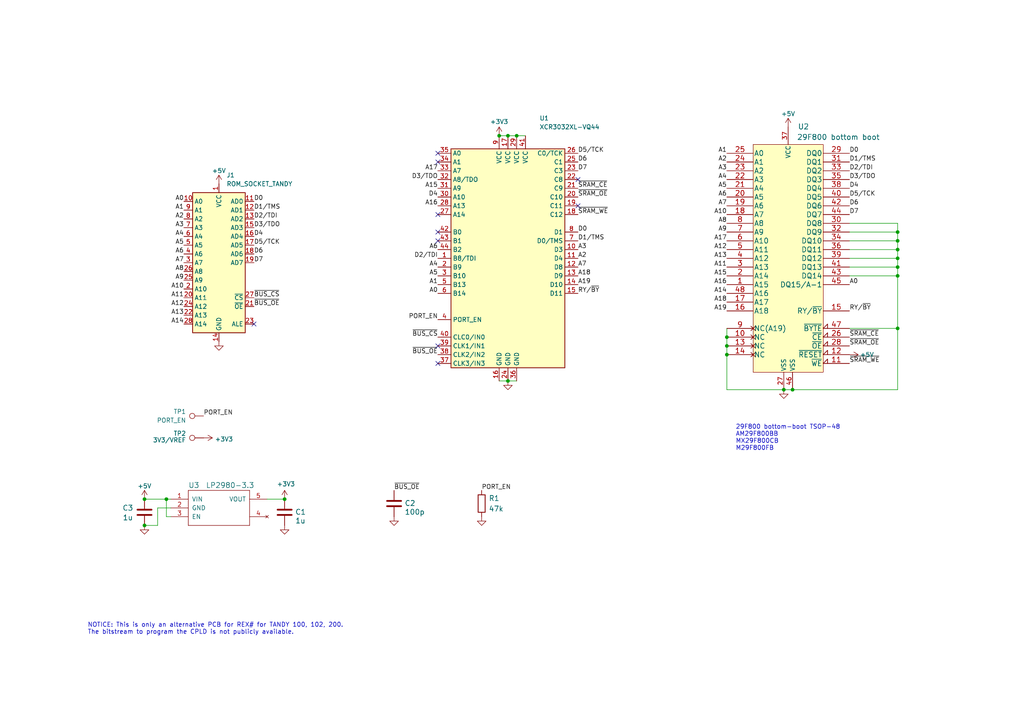
<source format=kicad_sch>
(kicad_sch (version 20231120) (generator "eeschema") (generator_version "8.0")
  (paper "A4")
  (title_block (title "REX Sharp TANDY bkw") (date "2025-01-01") (rev "001") (company "Brian K. White - b.kenyon.w@gmail.com") (comment 1 "Original Design: Steven Adolph") (comment 2 "REX# for TANDY 100, 102, 200"))
  (lib_symbols
    (symbol "000_LOCAL:29F800" (pin_names (offset 0.254))
      (property "Reference" "U" (at -10.16 3.81 0))
      (property "Value" "29F800" (at 2.54 3.81 0))
      (symbol "29F800_1_0"
        (pin power_in line (at -1.27 -68.58 90) (length 5.08) (name "VSS") (number "27"))
        (pin power_in line (at 0 7.62 270) (length 5.08) (name "VCC") (number "37"))
        (pin power_in line (at 1.27 -68.58 90) (length 5.08) (name "VSS") (number "46"))
      )
      (symbol "29F800_1_1"
        (rectangle (start -10.16 2.54) (end 10.16 -63.5) (fill (type background)))
        (pin input line (at -17.78 -38.1 0) (length 7.62) (name "A15") (number "1"))
        (pin passive non_logic (at -17.78 -53.34 0) (length 7.62) (name "NC") (number "10"))
        (pin input input_low (at 17.78 -60.96 180) (length 7.62) (name "~{WE}") (number "11"))
        (pin input input_low (at 17.78 -58.42 180) (length 7.62) (name "~{RESET}") (number "12"))
        (pin passive non_logic (at -17.78 -55.88 0) (length 7.62) (name "NC") (number "13"))
        (pin passive non_logic (at -17.78 -58.42 0) (length 7.62) (name "NC") (number "14"))
        (pin output line (at 17.78 -45.72 180) (length 7.62) (name "RY/~{BY}") (number "15"))
        (pin input line (at -17.78 -45.72 0) (length 7.62) (name "A18") (number "16"))
        (pin input line (at -17.78 -43.18 0) (length 7.62) (name "A17") (number "17"))
        (pin input line (at -17.78 -17.78 0) (length 7.62) (name "A7") (number "18"))
        (pin input line (at -17.78 -15.24 0) (length 7.62) (name "A6") (number "19"))
        (pin input line (at -17.78 -35.56 0) (length 7.62) (name "A14") (number "2"))
        (pin input line (at -17.78 -12.7 0) (length 7.62) (name "A5") (number "20"))
        (pin input line (at -17.78 -10.16 0) (length 7.62) (name "A4") (number "21"))
        (pin input line (at -17.78 -7.62 0) (length 7.62) (name "A3") (number "22"))
        (pin input line (at -17.78 -5.08 0) (length 7.62) (name "A2") (number "23"))
        (pin input line (at -17.78 -2.54 0) (length 7.62) (name "A1") (number "24"))
        (pin input line (at -17.78 0 0) (length 7.62) (name "A0") (number "25"))
        (pin input input_low (at 17.78 -53.34 180) (length 7.62) (name "~{CE}") (number "26"))
        (pin input input_low (at 17.78 -55.88 180) (length 7.62) (name "~{OE}") (number "28"))
        (pin bidirectional line (at 17.78 0 180) (length 7.62) (name "DQ0") (number "29"))
        (pin input line (at -17.78 -33.02 0) (length 7.62) (name "A13") (number "3"))
        (pin bidirectional line (at 17.78 -20.32 180) (length 7.62) (name "DQ8") (number "30"))
        (pin bidirectional line (at 17.78 -2.54 180) (length 7.62) (name "DQ1") (number "31"))
        (pin bidirectional line (at 17.78 -22.86 180) (length 7.62) (name "DQ9") (number "32"))
        (pin bidirectional line (at 17.78 -5.08 180) (length 7.62) (name "DQ2") (number "33"))
        (pin bidirectional line (at 17.78 -25.4 180) (length 7.62) (name "DQ10") (number "34"))
        (pin bidirectional line (at 17.78 -7.62 180) (length 7.62) (name "DQ3") (number "35"))
        (pin bidirectional line (at 17.78 -27.94 180) (length 7.62) (name "DQ11") (number "36"))
        (pin bidirectional line (at 17.78 -10.16 180) (length 7.62) (name "DQ4") (number "38"))
        (pin bidirectional line (at 17.78 -30.48 180) (length 7.62) (name "DQ12") (number "39"))
        (pin input line (at -17.78 -30.48 0) (length 7.62) (name "A12") (number "4"))
        (pin bidirectional line (at 17.78 -12.7 180) (length 7.62) (name "DQ5") (number "40"))
        (pin bidirectional line (at 17.78 -33.02 180) (length 7.62) (name "DQ13") (number "41"))
        (pin bidirectional line (at 17.78 -15.24 180) (length 7.62) (name "DQ6") (number "42"))
        (pin bidirectional line (at 17.78 -35.56 180) (length 7.62) (name "DQ14") (number "43"))
        (pin bidirectional line (at 17.78 -17.78 180) (length 7.62) (name "DQ7") (number "44"))
        (pin bidirectional line (at 17.78 -38.1 180) (length 7.62) (name "DQ15/A-1") (number "45"))
        (pin input input_low (at 17.78 -50.8 180) (length 7.62) (name "~{BYTE}") (number "47"))
        (pin input line (at -17.78 -40.64 0) (length 7.62) (name "A16") (number "48"))
        (pin input line (at -17.78 -27.94 0) (length 7.62) (name "A11") (number "5"))
        (pin input line (at -17.78 -25.4 0) (length 7.62) (name "A10") (number "6"))
        (pin input line (at -17.78 -22.86 0) (length 7.62) (name "A9") (number "7"))
        (pin input line (at -17.78 -20.32 0) (length 7.62) (name "A8") (number "8"))
        (pin passive non_logic (at -17.78 -50.8 0) (length 7.62) (name "NC(A19)") (number "9"))
      )
    )
    (symbol "000_LOCAL:C" (pin_numbers hide) (pin_names (offset 0.254))
      (property "Reference" "C" (at 0.635 2.54 0))
      (property "Value" "C" (at 0.635 -2.54 0))
      (symbol "C_0_1"
        (polyline (pts (xy -2.032 -0.762) (xy 2.032 -0.762)) (stroke (width 0.508)))
        (polyline (pts (xy -2.032 0.762) (xy 2.032 0.762)) (stroke (width 0.508)))
      )
      (symbol "C_1_1"
        (pin passive line (at 0 3.81 270) (length 2.794) (name "~") (number "1"))
        (pin passive line (at 0 -3.81 90) (length 2.794) (name "~") (number "2"))
      )
    )
    (symbol "000_LOCAL:LP2980" (pin_names (offset 1.016))
      (property "Value" "LP2980" (at -2.54 -10.16 0))
      (symbol "LP2980_1_0"
        (polyline (pts (xy -7.62 -5.08) (xy 10.16 -5.08)))
        (polyline (pts (xy -7.62 5.08) (xy -7.62 -5.08)))
        (polyline (pts (xy 10.16 -5.08) (xy 10.16 5.08)))
        (polyline (pts (xy 10.16 5.08) (xy -7.62 5.08)))
        (pin power_in line (at -12.7 2.54 0) (length 5.08) (name "VIN") (number "1"))
        (pin power_in line (at -12.7 0 0) (length 5.08) (name "GND") (number "2"))
        (pin input line (at -12.7 -2.54 0) (length 5.08) (name "EN") (number "3"))
        (pin no_connect line (at 15.24 -2.54 180) (length 5.08) (name "~") (number "4"))
        (pin power_out line (at 15.24 2.54 180) (length 5.08) (name "VOUT") (number "5"))
      )
    )
    (symbol "000_LOCAL:R" (pin_numbers hide) (pin_names (offset 0))
      (property "Reference" "R" (at 2.032 0 90))
      (property "Value" "R" (at 0 0 90))
      (symbol "R_0_1"
        (rectangle (start -1.016 -2.54) (end 1.016 2.54) (stroke (width 0.254)))
      )
      (symbol "R_1_1"
        (pin passive line (at 0 3.81 270) (length 1.27) (name "~") (number "1"))
        (pin passive line (at 0 -3.81 90) (length 1.27) (name "~") (number "2"))
      )
    )
    (symbol "000_LOCAL:ROM_SOCKET_TANDY"
      (property "Reference" "J" (at 2.54 25.4 0))
      (property "Value" "ROM_SOCKET_TANDY" (at 2.54 22.606 0))
      (symbol "ROM_SOCKET_TANDY_1_1"
        (rectangle (start -7.62 20.32) (end 7.62 -20.32) (stroke (width 0.254)) (fill (type background)))
        (pin power_out line (at 0 22.86 270) (length 2.54) (name "VCC") (number "1"))
        (pin output line (at -10.16 17.78 0) (length 2.54) (name "A0") (number "10"))
        (pin bidirectional line (at 10.16 17.78 180) (length 2.54) (name "AD0") (number "11"))
        (pin bidirectional line (at 10.16 15.24 180) (length 2.54) (name "AD1") (number "12"))
        (pin bidirectional line (at 10.16 12.7 180) (length 2.54) (name "AD2") (number "13"))
        (pin power_out line (at 0 -22.86 90) (length 2.54) (name "GND") (number "14"))
        (pin bidirectional line (at 10.16 10.16 180) (length 2.54) (name "AD3") (number "15"))
        (pin bidirectional line (at 10.16 7.62 180) (length 2.54) (name "AD4") (number "16"))
        (pin bidirectional line (at 10.16 5.08 180) (length 2.54) (name "AD5") (number "17"))
        (pin bidirectional line (at 10.16 2.54 180) (length 2.54) (name "AD6") (number "18"))
        (pin bidirectional line (at 10.16 0 180) (length 2.54) (name "AD7") (number "19"))
        (pin output line (at -10.16 -7.62 0) (length 2.54) (name "A10") (number "2"))
        (pin output line (at -10.16 -10.16 0) (length 2.54) (name "A11") (number "20"))
        (pin output line (at 10.16 -12.7 180) (length 2.54) (name "~{OE}") (number "21"))
        (pin output line (at -10.16 -15.24 0) (length 2.54) (name "A13") (number "22"))
        (pin output line (at 10.16 -17.78 180) (length 2.54) (name "ALE") (number "23"))
        (pin output line (at -10.16 -12.7 0) (length 2.54) (name "A12") (number "24"))
        (pin output line (at -10.16 -5.08 0) (length 2.54) (name "A9") (number "25"))
        (pin output line (at -10.16 -2.54 0) (length 2.54) (name "A8") (number "26"))
        (pin output line (at 10.16 -10.16 180) (length 2.54) (name "~{CS}") (number "27"))
        (pin output line (at -10.16 -17.78 0) (length 2.54) (name "A14") (number "28"))
        (pin output line (at -10.16 0 0) (length 2.54) (name "A7") (number "3"))
        (pin output line (at -10.16 2.54 0) (length 2.54) (name "A6") (number "4"))
        (pin output line (at -10.16 5.08 0) (length 2.54) (name "A5") (number "5"))
        (pin output line (at -10.16 7.62 0) (length 2.54) (name "A4") (number "6"))
        (pin output line (at -10.16 10.16 0) (length 2.54) (name "A3") (number "7"))
        (pin output line (at -10.16 12.7 0) (length 2.54) (name "A2") (number "8"))
        (pin output line (at -10.16 15.24 0) (length 2.54) (name "A1") (number "9"))
      )
    )
    (symbol "000_LOCAL:TestPoint" (pin_numbers hide) (pin_names (offset 0.762) hide)
      (property "Reference" "TP" (at 0 6.858 0))
      (property "Value" "TestPoint" (at 0 5.08 0))
      (symbol "TestPoint_0_1"
        (circle (center 0 3.302) (radius 0.762))
      )
      (symbol "TestPoint_1_1"
        (pin passive line (at 0 0 90) (length 2.54) (name "1") (number "1"))
      )
    )
    (symbol "000_LOCAL:XCR3064-VQ44"
      (property "Reference" "U" (at 0.254 2.032 0))
      (property "Value" "XCR3064-VQ44" (at 0.127 -2.286 0))
      (symbol "XCR3064-VQ44_1_1"
        (rectangle (start -16.51 31.75) (end 16.51 -31.75) (stroke (width 0.254)) (fill (type background)))
        (pin passive line (at -20.32 0 0) (length 3.81) (name "B8/TDI") (number "1"))
        (pin passive line (at 20.32 2.54 180) (length 3.81) (name "D3") (number "10"))
        (pin passive line (at 20.32 0 180) (length 3.81) (name "D4") (number "11"))
        (pin passive line (at 20.32 -2.54 180) (length 3.81) (name "D8") (number "12"))
        (pin passive line (at 20.32 -5.08 180) (length 3.81) (name "D9") (number "13"))
        (pin passive line (at 20.32 -7.62 180) (length 3.81) (name "D10") (number "14"))
        (pin passive line (at 20.32 -10.16 180) (length 3.81) (name "D11") (number "15"))
        (pin power_in line (at -2.54 -35.56 90) (length 3.81) (name "GND") (number "16"))
        (pin power_in line (at 0 35.56 270) (length 3.81) (name "VCC") (number "17"))
        (pin passive line (at 20.32 12.7 180) (length 3.81) (name "C12") (number "18"))
        (pin passive line (at 20.32 15.24 180) (length 3.81) (name "C11") (number "19"))
        (pin passive line (at -20.32 -2.54 0) (length 3.81) (name "B9") (number "2"))
        (pin passive line (at 20.32 17.78 180) (length 3.81) (name "C10") (number "20"))
        (pin passive line (at 20.32 20.32 180) (length 3.81) (name "C9") (number "21"))
        (pin passive line (at 20.32 22.86 180) (length 3.81) (name "C8") (number "22"))
        (pin passive line (at 20.32 25.4 180) (length 3.81) (name "C3") (number "23"))
        (pin power_in line (at 0 -35.56 90) (length 3.81) (name "GND") (number "24"))
        (pin passive line (at 20.32 27.94 180) (length 3.81) (name "C1") (number "25"))
        (pin passive line (at 20.32 30.48 180) (length 3.81) (name "C0/TCK") (number "26"))
        (pin passive line (at -20.32 12.7 0) (length 3.81) (name "A14") (number "27"))
        (pin passive line (at -20.32 15.24 0) (length 3.81) (name "A13") (number "28"))
        (pin power_in line (at 2.54 35.56 270) (length 3.81) (name "VCC") (number "29"))
        (pin passive line (at -20.32 -5.08 0) (length 3.81) (name "B10") (number "3"))
        (pin passive line (at -20.32 17.78 0) (length 3.81) (name "A10") (number "30"))
        (pin passive line (at -20.32 20.32 0) (length 3.81) (name "A9") (number "31"))
        (pin passive line (at -20.32 22.86 0) (length 3.81) (name "A8/TDO") (number "32"))
        (pin passive line (at -20.32 25.4 0) (length 3.81) (name "A7") (number "33"))
        (pin passive line (at -20.32 27.94 0) (length 3.81) (name "A1") (number "34"))
        (pin passive line (at -20.32 30.48 0) (length 3.81) (name "A0") (number "35"))
        (pin power_in line (at 2.54 -35.56 90) (length 3.81) (name "GND") (number "36"))
        (pin input line (at -20.32 -30.48 0) (length 3.81) (name "CLK3/IN3") (number "37"))
        (pin input line (at -20.32 -27.94 0) (length 3.81) (name "CLK2/IN2") (number "38"))
        (pin input line (at -20.32 -25.4 0) (length 3.81) (name "CLK1/IN1") (number "39"))
        (pin input line (at -20.32 -17.78 0) (length 3.81) (name "PORT_EN") (number "4"))
        (pin input line (at -20.32 -22.86 0) (length 3.81) (name "CLC0/IN0") (number "40"))
        (pin power_in line (at 5.08 35.56 270) (length 3.81) (name "VCC") (number "41"))
        (pin passive line (at -20.32 7.62 0) (length 3.81) (name "B0") (number "42"))
        (pin passive line (at -20.32 5.08 0) (length 3.81) (name "B1") (number "43"))
        (pin passive line (at -20.32 2.54 0) (length 3.81) (name "B2") (number "44"))
        (pin passive line (at -20.32 -7.62 0) (length 3.81) (name "B13") (number "5"))
        (pin passive line (at -20.32 -10.16 0) (length 3.81) (name "B14") (number "6"))
        (pin passive line (at 20.32 5.08 180) (length 3.81) (name "D0/TMS") (number "7"))
        (pin passive line (at 20.32 7.62 180) (length 3.81) (name "D1") (number "8"))
        (pin power_in line (at -2.54 35.56 270) (length 3.81) (name "VCC") (number "9"))
      )
    )
    (symbol "power:+3V3" (power) (pin_names (offset 0))
      (property "Value" "+3V3" (at 0 3.556 0))
      (symbol "+3V3_0_1"
        (polyline (pts (xy -0.762 1.27) (xy 0 2.54)))
        (polyline (pts (xy 0 0) (xy 0 2.54)))
        (polyline (pts (xy 0 2.54) (xy 0.762 1.27)))
      )
      (symbol "+3V3_1_1"
        (pin power_in line (at 0 0 90) (length 0) hide (name "+3V3") (number "1"))
      )
    )
    (symbol "power:+5V" (power) (pin_names (offset 0))
      (property "Value" "+5V" (at 0 3.556 0))
      (symbol "+5V_0_1"
        (polyline (pts (xy -0.762 1.27) (xy 0 2.54)))
        (polyline (pts (xy 0 0) (xy 0 2.54)))
        (polyline (pts (xy 0 2.54) (xy 0.762 1.27)))
      )
      (symbol "+5V_1_1"
        (pin power_in line (at 0 0 90) (length 0) hide (name "+5V") (number "1"))
      )
    )
    (symbol "power:GND" (power) (pin_names (offset 0))
      (property "Value" "GND" (at 0 -3.81 0))
      (symbol "GND_0_1"
        (polyline (pts (xy 0 0) (xy 0 -1.27) (xy 1.27 -1.27) (xy 0 -2.54) (xy -1.27 -1.27) (xy 0 -1.27)))
      )
      (symbol "GND_1_1"
        (pin power_in line (at 0 0 270) (length 0) hide (name "GND") (number "1"))
      )
    )
  )
  (junction (at 260.35 80.01))
  (junction (at 41.91 152.4))
  (junction (at 260.35 67.31))
  (junction (at 260.35 95.25))
  (junction (at 260.35 74.93))
  (junction (at 147.32 39.37))
  (junction (at 260.35 72.39))
  (junction (at 260.35 77.47))
  (junction (at 144.78 39.37))
  (junction (at 227.33 113.03))
  (junction (at 210.82 102.87))
  (junction (at 210.82 97.79))
  (junction (at 48.26 144.78))
  (junction (at 260.35 69.85))
  (junction (at 147.32 110.49))
  (junction (at 41.91 144.78))
  (junction (at 229.87 113.03))
  (junction (at 210.82 100.33))
  (junction (at 149.86 39.37))
  (junction (at 82.55 144.78))
  (no_connect (at 127 46.99))
  (no_connect (at 127 44.45))
  (no_connect (at 127 69.85))
  (no_connect (at 127 67.31))
  (no_connect (at 127 100.33))
  (no_connect (at 127 105.41))
  (no_connect (at 73.66 93.98))
  (no_connect (at 167.64 52.07))
  (no_connect (at 127 62.23))
  (no_connect (at 167.64 59.69))
  (wire (pts (xy 48.26 144.78) (xy 49.53 144.78)))
  (wire (pts (xy 260.35 69.85) (xy 260.35 72.39)))
  (wire (pts (xy 260.35 80.01) (xy 260.35 95.25)))
  (wire (pts (xy 260.35 67.31) (xy 246.38 67.31)))
  (wire (pts (xy 260.35 74.93) (xy 246.38 74.93)))
  (wire (pts (xy 77.47 144.78) (xy 82.55 144.78)))
  (wire (pts (xy 210.82 100.33) (xy 210.82 102.87)))
  (wire (pts (xy 210.82 113.03) (xy 227.33 113.03)))
  (wire (pts (xy 227.33 113.03) (xy 229.87 113.03)))
  (wire (pts (xy 229.87 113.03) (xy 260.35 113.03)))
  (wire (pts (xy 260.35 64.77) (xy 260.35 67.31)))
  (wire (pts (xy 45.72 147.32) (xy 45.72 152.4)))
  (wire (pts (xy 48.26 144.78) (xy 48.26 149.86)))
  (wire (pts (xy 260.35 95.25) (xy 260.35 113.03)))
  (wire (pts (xy 260.35 72.39) (xy 246.38 72.39)))
  (wire (pts (xy 210.82 102.87) (xy 210.82 113.03)))
  (wire (pts (xy 260.35 77.47) (xy 246.38 77.47)))
  (wire (pts (xy 260.35 69.85) (xy 246.38 69.85)))
  (wire (pts (xy 41.91 152.4) (xy 45.72 152.4)))
  (wire (pts (xy 260.35 64.77) (xy 246.38 64.77)))
  (wire (pts (xy 147.32 39.37) (xy 149.86 39.37)))
  (wire (pts (xy 210.82 95.25) (xy 210.82 97.79)))
  (wire (pts (xy 260.35 95.25) (xy 246.38 95.25)))
  (wire (pts (xy 260.35 77.47) (xy 260.35 80.01)))
  (wire (pts (xy 144.78 110.49) (xy 147.32 110.49)))
  (wire (pts (xy 45.72 147.32) (xy 49.53 147.32)))
  (wire (pts (xy 210.82 97.79) (xy 210.82 100.33)))
  (wire (pts (xy 260.35 72.39) (xy 260.35 74.93)))
  (wire (pts (xy 41.91 144.78) (xy 48.26 144.78)))
  (wire (pts (xy 147.32 110.49) (xy 149.86 110.49)))
  (wire (pts (xy 260.35 80.01) (xy 246.38 80.01)))
  (wire (pts (xy 149.86 39.37) (xy 152.4 39.37)))
  (wire (pts (xy 260.35 67.31) (xy 260.35 69.85)))
  (wire (pts (xy 49.53 149.86) (xy 48.26 149.86)))
  (wire (pts (xy 260.35 74.93) (xy 260.35 77.47)))
  (wire (pts (xy 144.78 39.37) (xy 147.32 39.37)))
  (text "29F800 bottom-boot TSOP-48\nAM29F800BB\nMX29F800CB\nM29F800FB" (at 213.36 130.81 0) (effects (font (size 1.27 1.27)) (justify left bottom)))
  (text "NOTICE: This is only an alternative PCB for REX# for TANDY 100, 102, 200.\nThe bitstream to program the CPLD is not publicly available.\n" (at 25.4 184.15 0) (effects (font (size 1.27 1.27)) (justify left bottom)))
  (label "A7" (at 53.34 76.2 180))
  (label "A19" (at 167.64 82.55 0))
  (label "A11" (at 53.34 86.36 180))
  (label "A3" (at 167.64 72.39 0))
  (label "D5{slash}TCK" (at 167.64 44.45 0))
  (label "A6" (at 53.34 73.66 180))
  (label "D1{slash}TMS" (at 246.38 46.99 0))
  (label "A8" (at 53.34 78.74 180))
  (label "A15" (at 210.82 80.01 180))
  (label "A2" (at 167.64 74.93 0))
  (label "D4" (at 246.38 54.61 0))
  (label "A18" (at 167.64 80.01 0))
  (label "A17" (at 127 49.53 180))
  (label "D2{slash}TDI" (at 246.38 49.53 0))
  (label "A7" (at 210.82 59.69 180))
  (label "A13" (at 210.82 74.93 180))
  (label "PORT_EN" (at 139.7 142.24 0))
  (label "A6" (at 210.82 57.15 180))
  (label "RY{slash}~{BY}" (at 167.64 85.09 0))
  (label "RY{slash}~{BY}" (at 246.38 90.17 0))
  (label "A2" (at 210.82 46.99 180))
  (label "D3{slash}TDO" (at 246.38 52.07 0))
  (label "A3" (at 53.34 66.04 180))
  (label "~{BUS_OE}" (at 127 102.87 180))
  (label "A17" (at 210.82 69.85 180))
  (label "~{SRAM_WE}" (at 246.38 105.41 0))
  (label "~{SRAM_OE}" (at 167.64 57.15 0))
  (label "A1" (at 127 82.55 180))
  (label "A7" (at 167.64 77.47 0))
  (label "D5{slash}TCK" (at 246.38 57.15 0))
  (label "A5" (at 53.34 71.12 180))
  (label "~{SRAM_WE}" (at 167.64 62.23 0))
  (label "A14" (at 53.34 93.98 180))
  (label "D3{slash}TDO" (at 127 52.07 180))
  (label "A16" (at 210.82 82.55 180))
  (label "D0" (at 73.66 58.42 0))
  (label "A12" (at 210.82 72.39 180))
  (label "A12" (at 53.34 88.9 180))
  (label "D7" (at 73.66 76.2 0))
  (label "D0" (at 167.64 67.31 0))
  (label "D2{slash}TDI" (at 127 74.93 180))
  (label "A13" (at 53.34 91.44 180))
  (label "~{SRAM_CE}" (at 167.64 54.61 0))
  (label "A6" (at 127 72.39 180))
  (label "A10" (at 53.34 83.82 180))
  (label "A1" (at 210.82 44.45 180))
  (label "A18" (at 210.82 87.63 180))
  (label "A0" (at 127 85.09 180))
  (label "D2{slash}TDI" (at 73.66 63.5 0))
  (label "A9" (at 53.34 81.28 180))
  (label "D6" (at 167.64 46.99 0))
  (label "D4" (at 127 57.15 180))
  (label "~{BUS_CS}" (at 127 97.79 180))
  (label "A4" (at 127 77.47 180))
  (label "D0" (at 246.38 44.45 0))
  (label "A5" (at 210.82 54.61 180))
  (label "D4" (at 73.66 68.58 0))
  (label "A2" (at 53.34 63.5 180))
  (label "D1{slash}TMS" (at 73.66 60.96 0))
  (label "PORT_EN" (at 127 92.71 180))
  (label "~{BUS_OE}" (at 73.66 88.9 0))
  (label "A14" (at 210.82 85.09 180))
  (label "A9" (at 210.82 67.31 180))
  (label "A19" (at 210.82 90.17 180))
  (label "A0" (at 53.34 58.42 180))
  (label "A4" (at 53.34 68.58 180))
  (label "A1" (at 53.34 60.96 180))
  (label "A8" (at 210.82 64.77 180))
  (label "D7" (at 246.38 62.23 0))
  (label "~{SRAM_CE}" (at 246.38 97.79 0))
  (label "~{BUS_OE}" (at 114.3 142.24 0))
  (label "~{BUS_CS}" (at 73.66 86.36 0))
  (label "A10" (at 210.82 62.23 180))
  (label "D6" (at 246.38 59.69 0))
  (label "A3" (at 210.82 49.53 180))
  (label "D1{slash}TMS" (at 167.64 69.85 0))
  (label "A16" (at 127 59.69 180))
  (label "D5{slash}TCK" (at 73.66 71.12 0))
  (label "D6" (at 73.66 73.66 0))
  (label "D3{slash}TDO" (at 73.66 66.04 0))
  (label "A0" (at 246.38 82.55 0))
  (label "PORT_EN" (at 59.055 120.65 0))
  (label "D7" (at 167.64 49.53 0))
  (label "A11" (at 210.82 77.47 180))
  (label "A4" (at 210.82 52.07 180))
  (label "A5" (at 127 80.01 180))
  (label "A15" (at 127 54.61 180))
  (label "~{SRAM_OE}" (at 246.38 100.33 0))
  (symbol (lib_id "000_LOCAL:R") (at 139.7 146.05 180) (unit 1)
    (property "Reference" "R1" (at 141.732 144.526 0) (effects (font (size 1.4986 1.4986)) (justify right)))
    (property "Value" "47k" (at 141.732 147.574 0) (effects (font (size 1.4986 1.4986)) (justify right)))
    (property "Footprint" "000_LOCAL:R_0805" (effects (hide yes)))
  )
  (symbol (lib_id "000_LOCAL:C") (at 82.55 148.59 0) (unit 1)
    (property "Reference" "C1" (at 85.598 149.352 0) (effects (font (size 1.4986 1.4986)) (justify left bottom)))
    (property "Value" "1u" (at 85.598 151.892 0) (effects (font (size 1.4986 1.4986)) (justify left bottom)))
    (property "Footprint" "000_LOCAL:C_0805" (effects (hide yes)))
  )
  (symbol (lib_id "power:+3V3") (at 82.55 144.78 0) (unit 1)
    (property "Reference" "#PWR0105" (effects (hide yes)))
    (property "Value" "+3V3" (at 82.931 140.3858 0))
  )
  (symbol (lib_id "000_LOCAL:LP2980") (at 62.23 147.32 0) (unit 1)
    (property "Reference" "U3" (at 54.61 141.605 0) (effects (font (size 1.4986 1.4986)) (justify left bottom)))
    (property "Value" "LP2980-3.3" (at 59.69 141.605 0) (effects (font (size 1.4986 1.4986)) (justify left bottom)))
    (property "Footprint" "000_LOCAL:SOT-23-5" (effects (hide yes)))
  )
  (symbol (lib_id "000_LOCAL:29F800") (at 228.6 44.45 0) (unit 1)
    (property "Reference" "U2" (at 231.394 37.592 0) (effects (font (size 1.524 1.524)) (justify left bottom)))
    (property "Value" "29F800 bottom boot" (at 231.14 40.64 0) (effects (font (size 1.524 1.524)) (justify left bottom)))
    (property "Footprint" "000_LOCAL:TSOP-48" (effects (hide yes)))
  )
  (symbol (lib_id "power:+3V3") (at 144.78 39.37 0) (unit 1)
    (property "Reference" "#PWR0113" (effects (hide yes)))
    (property "Value" "+3V3" (at 144.78 35.306 0))
  )
  (symbol (lib_id "power:+5V") (at 228.6 36.83 0) (unit 1)
    (property "Reference" "#PWR0119" (effects (hide yes)))
    (property "Value" "+5V" (at 228.6 33.02 0))
  )
  (symbol (lib_id "power:+5V") (at 63.5 53.34 0) (unit 1)
    (property "Reference" "#PWR0120" (effects (hide yes)))
    (property "Value" "+5V" (at 63.5 49.53 0))
  )
  (symbol (lib_id "power:GND") (at 227.33 113.03 0) (unit 1)
    (property "Reference" "#PWR06" (effects (hide yes)))
    (property "Value" "GND" (effects (hide yes)))
  )
  (symbol (lib_id "power:+3V3") (at 59.055 127 270) (unit 1)
    (property "Reference" "#PWR0107" (effects (hide yes)))
    (property "Value" "+3V3" (at 62.3062 127.381 90) (effects (justify left)))
  )
  (symbol (lib_id "000_LOCAL:TestPoint") (at 59.055 120.65 90) (unit 1)
    (property "Reference" "TP1" (at 53.975 119.38 90) (effects (justify left)))
    (property "Value" "PORT_EN" (at 53.975 121.92 90) (effects (justify left)))
    (property "Footprint" "000_LOCAL:1x1_pin_h" (effects (hide yes)))
  )
  (symbol (lib_id "000_LOCAL:TestPoint") (at 59.055 127 90) (unit 1)
    (property "Reference" "TP2" (at 53.975 125.73 90) (effects (justify left)))
    (property "Value" "3V3/VREF" (at 53.975 127.635 90) (effects (justify left)))
    (property "Footprint" "000_LOCAL:1x1_pin_h" (effects (hide yes)))
  )
  (symbol (lib_id "power:+5V") (at 246.38 102.87 270) (unit 1)
    (property "Reference" "#PWR0103" (effects (hide yes)))
    (property "Value" "+5V" (at 251.46 102.87 90))
  )
  (symbol (lib_id "power:GND") (at 114.3 149.86 0) (unit 1)
    (property "Reference" "#PWR02" (effects (hide yes)))
    (property "Value" "GND" (effects (hide yes)))
  )
  (symbol (lib_id "power:GND") (at 41.91 152.4 0) (unit 1)
    (property "Reference" "#PWR0108" (effects (hide yes)))
    (property "Value" "GND" (effects (hide yes)))
  )
  (symbol (lib_id "power:GND") (at 139.7 149.86 0) (unit 1)
    (property "Reference" "#PWR03" (effects (hide yes)))
    (property "Value" "GND" (effects (hide yes)))
  )
  (symbol (lib_id "000_LOCAL:ROM_SOCKET_TANDY") (at 63.5 76.2 0) (unit 1)
    (property "Reference" "J1" (at 65.6941 50.8 0) (effects (justify left)))
    (property "Value" "ROM_SOCKET_TANDY" (at 65.6941 53.34 0) (effects (justify left)))
    (property "Footprint" "000_LOCAL:Molex78802_PCB_28" (effects (hide yes)))
  )
  (symbol (lib_id "power:GND") (at 63.5 99.06 0) (unit 1)
    (property "Reference" "#PWR05" (effects (hide yes)))
    (property "Value" "GND" (effects (hide yes)))
  )
  (symbol (lib_id "power:GND") (at 147.32 110.49 0) (unit 1)
    (property "Reference" "#PWR04" (effects (hide yes)))
    (property "Value" "GND" (effects (hide yes)))
  )
  (symbol (lib_id "000_LOCAL:C") (at 114.3 146.05 0) (unit 1)
    (property "Reference" "C2" (at 117.348 146.812 0) (effects (font (size 1.4986 1.4986)) (justify left bottom)))
    (property "Value" "100p" (at 117.348 149.352 0) (effects (font (size 1.4986 1.4986)) (justify left bottom)))
    (property "Footprint" "000_LOCAL:C_0805" (effects (hide yes)))
  )
  (symbol (lib_id "power:GND") (at 82.55 152.4 0) (unit 1)
    (property "Reference" "#PWR01" (effects (hide yes)))
    (property "Value" "GND" (effects (hide yes)))
  )
  (symbol (lib_id "000_LOCAL:C") (at 41.91 148.59 0) (unit 1)
    (property "Reference" "C3" (at 37.084 147.32 0) (effects (font (size 1.4986 1.4986))))
    (property "Value" "1u" (at 37.084 150.114 0) (effects (font (size 1.4986 1.4986))))
    (property "Footprint" "000_LOCAL:C_0805" (effects (hide yes)))
  )
  (symbol (lib_id "power:+5V") (at 41.91 144.78 0) (unit 1)
    (property "Reference" "#PWR0122" (effects (hide yes)))
    (property "Value" "+5V" (at 41.91 140.97 0))
  )
  (symbol (lib_id "000_LOCAL:XCR3064-VQ44") (at 147.32 74.93 0) (unit 1)
    (property "Reference" "U1" (at 156.464 34.29 0) (effects (justify left)))
    (property "Value" "XCR3032XL-VQ44" (at 156.464 36.83 0) (effects (justify left)))
    (property "Footprint" "000_LOCAL:VQFP44" (effects (hide yes)))
    (property "Datasheet" "https://www.xilinx.com/support/documentation/data_sheets/ds017.pdf" (effects (hide yes)))
  )
)
</source>
